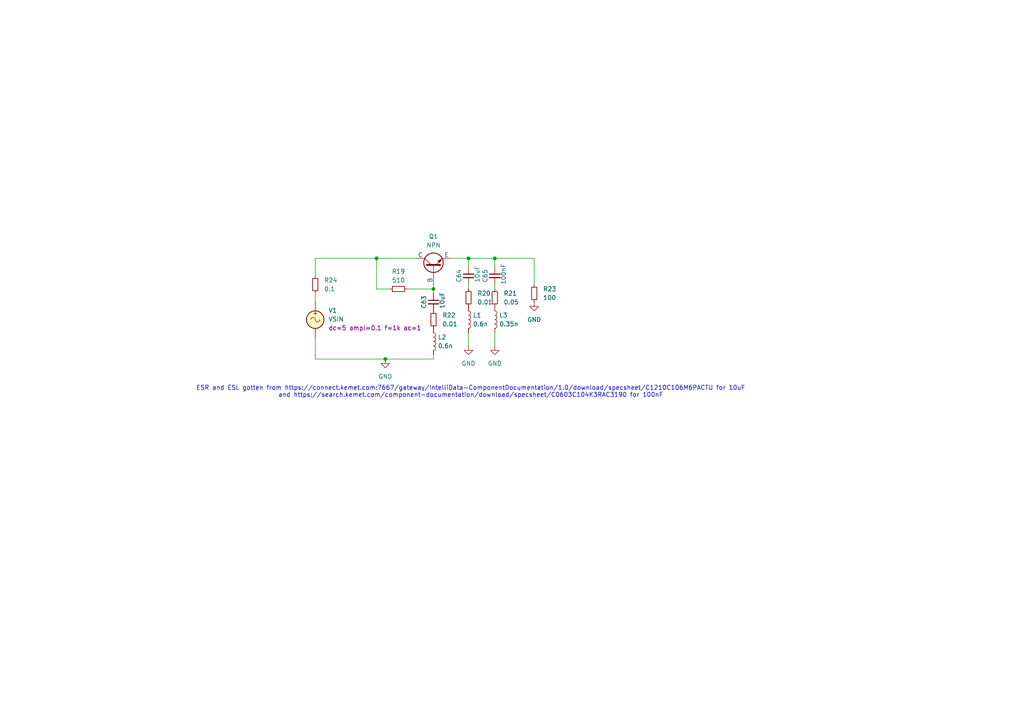
<source format=kicad_sch>
(kicad_sch (version 20250114) (generator "eeschema") (generator_version "9.0")
  (paper "A4")
  (lib_symbols
    (symbol "Device:C_Small" (pin_numbers (hide yes)) (pin_names (offset 0.254) (hide yes))
      (property "Reference" "C" (at 0.254 1.778 0))
      (property "Value" "C_Small" (at 0.254 -2.032 0))
      (symbol "C_Small_0_1"
        (polyline (pts (xy -1.524 0.508) (xy 1.524 0.508)) (stroke (width 0.3048)))
        (polyline (pts (xy -1.524 -0.508) (xy 1.524 -0.508)) (stroke (width 0.3302)))
      )
      (symbol "C_Small_1_1"
        (pin passive line (at 0 2.54 270) (length 2.032) (name "~") (number "1"))
        (pin passive line (at 0 -2.54 90) (length 2.032) (name "~") (number "2"))
      )
    )
    (symbol "Device:L" (pin_numbers (hide yes)) (pin_names (offset 1.016) (hide yes))
      (property "Reference" "L" (at -1.27 0 90))
      (property "Value" "L" (at 1.905 0 90))
      (symbol "L_0_1"
        (arc (start 0 2.54) (mid 0.6323 1.905) (end 0 1.27))
        (arc (start 0 1.27) (mid 0.6323 0.635) (end 0 0))
        (arc (start 0 0) (mid 0.6323 -0.635) (end 0 -1.27))
        (arc (start 0 -1.27) (mid 0.6323 -1.905) (end 0 -2.54))
      )
      (symbol "L_1_1"
        (pin passive line (at 0 3.81 270) (length 1.27) (name "1") (number "1"))
        (pin passive line (at 0 -3.81 90) (length 1.27) (name "2") (number "2"))
      )
    )
    (symbol "Device:R_Small" (pin_numbers (hide yes)) (pin_names (offset 0.254) (hide yes))
      (property "Reference" "R" (at 0.762 0.508 0))
      (property "Value" "R_Small" (at 0.762 -1.016 0))
      (symbol "R_Small_0_1"
        (rectangle (start -0.762 1.778) (end 0.762 -1.778) (stroke (width 0.2032)))
      )
      (symbol "R_Small_1_1"
        (pin passive line (at 0 2.54 270) (length 0.762) (name "~") (number "1"))
        (pin passive line (at 0 -2.54 90) (length 0.762) (name "~") (number "2"))
      )
    )
    (symbol "Simulation_SPICE:NPN" (pin_numbers (hide yes)) (pin_names (offset 0))
      (property "Reference" "Q" (at -2.54 7.62 0))
      (property "Value" "NPN" (at -2.54 5.08 0))
      (symbol "NPN_0_1"
        (polyline (pts (xy -2.54 0) (xy 0.635 0)) (stroke (width 0.1524)))
        (polyline (pts (xy 0.635 1.905) (xy 0.635 -1.905) (xy 0.635 -1.905)) (stroke (width 0.508)))
        (polyline (pts (xy 0.635 0.635) (xy 2.54 2.54)))
        (polyline (pts (xy 0.635 -0.635) (xy 2.54 -2.54) (xy 2.54 -2.54)))
        (circle (center 1.27 0) (radius 2.8194) (stroke (width 0.254)))
        (polyline (pts (xy 1.27 -1.778) (xy 1.778 -1.27) (xy 2.286 -2.286) (xy 1.27 -1.778) (xy 1.27 -1.778)) (fill (type outline)))
        (polyline (pts (xy 2.794 -1.27) (xy 2.794 -1.27)) (stroke (width 0.1524)))
        (polyline (pts (xy 2.794 -1.27) (xy 2.794 -1.27)) (stroke (width 0.1524)))
      )
      (symbol "NPN_1_1"
        (pin input line (at -5.08 0 0) (length 2.54) (name "B") (number "2"))
        (pin open_collector line (at 2.54 5.08 270) (length 2.54) (name "C") (number "1"))
        (pin open_emitter line (at 2.54 -5.08 90) (length 2.54) (name "E") (number "3"))
      )
    )
    (symbol "Simulation_SPICE:VSIN" (pin_numbers (hide yes)) (pin_names (offset 0.0254))
      (property "Reference" "V" (at 2.54 2.54 0))
      (property "Value" "VSIN" (at 2.54 0 0))
      (property "Sim.Params" "dc=0 ampl=1 f=1k ac=1" (at 2.54 -2.54 0))
      (symbol "VSIN_0_0"
        (arc (start -1.27 0) (mid -0.635 0.6323) (end 0 0))
        (arc (start 1.27 0) (mid 0.635 -0.6323) (end 0 0))
        (text "+" (at 0 1.905 0) (effects (font (size 1.27 1.27))))
      )
      (symbol "VSIN_0_1"
        (circle (center 0 0) (radius 2.54) (stroke (width 0.254)) (fill (type background)))
      )
      (symbol "VSIN_1_1"
        (pin passive line (at 0 5.08 270) (length 2.54) (name "~") (number "1"))
        (pin passive line (at 0 -5.08 90) (length 2.54) (name "~") (number "2"))
      )
    )
    (symbol "power:GND" (power) (pin_numbers (hide yes)) (pin_names (offset 0) (hide yes))
      (property "Value" "GND" (at 0 -3.81 0))
      (symbol "GND_0_1"
        (polyline (pts (xy 0 0) (xy 0 -1.27) (xy 1.27 -1.27) (xy 0 -2.54) (xy -1.27 -1.27) (xy 0 -1.27)))
      )
      (symbol "GND_1_1"
        (pin power_in line (at 0 0 270) (length 0) (name "~") (number "1"))
      )
    )
  )
  (text "ESR and ESL gotten from https://connect.kemet.com:7667/gateway/IntelliData-ComponentDocumentation/1.0/download/specsheet/C1210C106M6PACTU for 10uF\nand https://search.kemet.com/component-documentation/download/specsheet/C0603C104K3RAC3190 for 100nF" (at 136.525 113.665 0) (effects (font (size 1.27 1.27))))
  (junction (at 135.89 74.93))
  (junction (at 111.76 104.14))
  (junction (at 109.22 74.93))
  (junction (at 125.73 83.82))
  (junction (at 143.51 74.93))
  (wire (pts (xy 135.89 100.33) (xy 135.89 96.52)))
  (wire (pts (xy 91.44 97.79) (xy 91.44 104.14)))
  (wire (pts (xy 91.44 85.09) (xy 91.44 87.63)))
  (wire (pts (xy 91.44 74.93) (xy 109.22 74.93)))
  (wire (pts (xy 91.44 74.93) (xy 91.44 80.01)))
  (wire (pts (xy 109.22 74.93) (xy 109.22 83.82)))
  (wire (pts (xy 130.81 74.93) (xy 135.89 74.93)))
  (wire (pts (xy 143.51 74.93) (xy 154.94 74.93)))
  (wire (pts (xy 135.89 77.47) (xy 135.89 74.93)))
  (wire (pts (xy 143.51 96.52) (xy 143.51 100.33)))
  (wire (pts (xy 125.73 82.55) (xy 125.73 83.82)))
  (wire (pts (xy 125.73 104.14) (xy 125.73 102.87)))
  (wire (pts (xy 135.89 83.82) (xy 135.89 82.55)))
  (wire (pts (xy 125.73 83.82) (xy 125.73 85.09)))
  (wire (pts (xy 109.22 83.82) (xy 113.03 83.82)))
  (wire (pts (xy 111.76 104.14) (xy 125.73 104.14)))
  (wire (pts (xy 143.51 74.93) (xy 143.51 77.47)))
  (wire (pts (xy 109.22 74.93) (xy 120.65 74.93)))
  (wire (pts (xy 111.76 104.14) (xy 91.44 104.14)))
  (wire (pts (xy 135.89 74.93) (xy 143.51 74.93)))
  (wire (pts (xy 143.51 82.55) (xy 143.51 83.82)))
  (wire (pts (xy 154.94 74.93) (xy 154.94 82.55)))
  (wire (pts (xy 118.11 83.82) (xy 125.73 83.82)))
  (symbol (lib_id "Simulation_SPICE:VSIN") (at 91.44 92.71 0) (unit 1)
    (property "Reference" "V1" (at 95.25 90.0401 0) (effects (justify left)))
    (property "Value" "VSIN" (at 95.25 92.5801 0) (effects (justify left)))
    (property "Datasheet" "https://ngspice.sourceforge.io/docs/ngspice-html-manual/manual.xhtml#sec_Independent_Sources_for" (effects (hide yes)))
    (property "Description" "Voltage source, sinusoidal" (effects (hide yes)))
    (property "Sim.Pins" "1=+ 2=-" (effects (hide yes)))
    (property "Sim.Params" "dc=5 ampl=0.1 f=1k ac=1" (at 95.25 95.1201 0) (effects (justify left)))
    (property "Sim.Type" "SIN" (effects (hide yes)))
    (property "Sim.Device" "V" (effects (hide yes)))
  )
  (symbol (lib_id "Device:C_Small") (at 143.51 80.01 0) (unit 1)
    (property "Reference" "C65" (at 140.716 80.01 90))
    (property "Value" "100nF" (at 146.05 79.502 90))
    (property "Footprint" "Capacitor_SMD:C_0603_1608Metric" (effects (hide yes)))
    (property "Description" "Unpolarized capacitor, small symbol" (effects (hide yes)))
  )
  (symbol (lib_id "Device:R_Small") (at 125.73 92.71 180) (unit 1)
    (property "Reference" "R22" (at 128.27 91.4399 0) (effects (justify right)))
    (property "Value" "0.01" (at 128.27 93.9799 0) (effects (justify right)))
    (property "Footprint" "Resistor_SMD:R_0402_1005Metric" (effects (hide yes)))
    (property "Description" "Resistor, small symbol" (effects (hide yes)))
  )
  (symbol (lib_id "power:GND") (at 111.76 104.14 0) (unit 1)
    (property "Reference" "#PWR076" (effects (hide yes)))
    (property "Value" "GND" (at 111.76 109.22 0))
    (property "Description" "Power symbol creates a global label with name \"GND\" , ground" (effects (hide yes)))
  )
  (symbol (lib_id "Device:R_Small") (at 135.89 86.36 180) (unit 1)
    (property "Reference" "R20" (at 138.43 85.0899 0) (effects (justify right)))
    (property "Value" "0.01" (at 138.43 87.6299 0) (effects (justify right)))
    (property "Footprint" "Resistor_SMD:R_0402_1005Metric" (effects (hide yes)))
    (property "Description" "Resistor, small symbol" (effects (hide yes)))
  )
  (symbol (lib_id "power:GND") (at 135.89 100.33 0) (unit 1)
    (property "Reference" "#PWR074" (effects (hide yes)))
    (property "Value" "GND" (at 135.89 105.41 0))
    (property "Description" "Power symbol creates a global label with name \"GND\" , ground" (effects (hide yes)))
  )
  (symbol (lib_id "power:GND") (at 143.51 100.33 0) (unit 1)
    (property "Reference" "#PWR075" (effects (hide yes)))
    (property "Value" "GND" (at 143.51 105.41 0))
    (property "Description" "Power symbol creates a global label with name \"GND\" , ground" (effects (hide yes)))
  )
  (symbol (lib_id "Device:R_Small") (at 154.94 85.09 180) (unit 1)
    (property "Reference" "R23" (at 157.48 83.8199 0) (effects (justify right)))
    (property "Value" "100" (at 157.48 86.3599 0) (effects (justify right)))
    (property "Footprint" "Resistor_SMD:R_0402_1005Metric" (effects (hide yes)))
    (property "Description" "Resistor, small symbol" (effects (hide yes)))
  )
  (symbol (lib_id "Device:C_Small") (at 135.89 80.01 0) (unit 1)
    (property "Reference" "C64" (at 133.096 80.01 90))
    (property "Value" "10uF" (at 138.43 79.502 90))
    (property "Footprint" "Capacitor_SMD:C_0603_1608Metric" (effects (hide yes)))
    (property "Description" "Unpolarized capacitor, small symbol" (effects (hide yes)))
  )
  (symbol (lib_id "Device:L") (at 135.89 92.71 0) (unit 1)
    (property "Reference" "L1" (at 137.16 91.4399 0) (effects (justify left)))
    (property "Value" "0.6n" (at 137.16 93.9799 0) (effects (justify left)))
    (property "Description" "Inductor" (effects (hide yes)))
  )
  (symbol (lib_id "Device:R_Small") (at 143.51 86.36 180) (unit 1)
    (property "Reference" "R21" (at 146.05 85.0899 0) (effects (justify right)))
    (property "Value" "0.05" (at 146.05 87.6299 0) (effects (justify right)))
    (property "Footprint" "Resistor_SMD:R_0402_1005Metric" (effects (hide yes)))
    (property "Description" "Resistor, small symbol" (effects (hide yes)))
  )
  (symbol (lib_id "Device:R_Small") (at 91.44 82.55 180) (unit 1)
    (property "Reference" "R24" (at 93.98 81.2799 0) (effects (justify right)))
    (property "Value" "0.1" (at 93.98 83.8199 0) (effects (justify right)))
    (property "Footprint" "Resistor_SMD:R_0402_1005Metric" (effects (hide yes)))
    (property "Description" "Resistor, small symbol" (effects (hide yes)))
  )
  (symbol (lib_id "Device:L") (at 143.51 92.71 0) (unit 1)
    (property "Reference" "L3" (at 144.78 91.4399 0) (effects (justify left)))
    (property "Value" "0.35n" (at 144.78 93.9799 0) (effects (justify left)))
    (property "Description" "Inductor" (effects (hide yes)))
  )
  (symbol (lib_id "Simulation_SPICE:NPN") (at 125.73 77.47 90) (unit 1)
    (property "Reference" "Q1" (at 125.73 68.58 90))
    (property "Value" "NPN" (at 125.73 71.12 90))
    (property "Datasheet" "https://ngspice.sourceforge.io/docs/ngspice-html-manual/manual.xhtml#cha_BJTs" (effects (hide yes)))
    (property "Description" "Bipolar transistor symbol for simulation only, substrate tied to the emitter" (effects (hide yes)))
    (property "Sim.Device" "NPN" (effects (hide yes)))
    (property "Sim.Type" "GUMMELPOON" (effects (hide yes)))
    (property "Sim.Pins" "1=C 2=B 3=E" (effects (hide yes)))
    (property "Sim.Params" "bf=250 cjc=12p" (effects (hide yes)))
  )
  (symbol (lib_id "Device:C_Small") (at 125.73 87.63 0) (unit 1)
    (property "Reference" "C63" (at 122.936 87.63 90))
    (property "Value" "10uF" (at 128.27 87.122 90))
    (property "Footprint" "Capacitor_SMD:C_0603_1608Metric" (effects (hide yes)))
    (property "Description" "Unpolarized capacitor, small symbol" (effects (hide yes)))
  )
  (symbol (lib_id "Device:L") (at 125.73 99.06 0) (unit 1)
    (property "Reference" "L2" (at 127 97.7899 0) (effects (justify left)))
    (property "Value" "0.6n" (at 127 100.3299 0) (effects (justify left)))
    (property "Description" "Inductor" (effects (hide yes)))
  )
  (symbol (lib_id "power:GND") (at 154.94 87.63 0) (unit 1)
    (property "Reference" "#PWR077" (effects (hide yes)))
    (property "Value" "GND" (at 154.94 92.71 0))
    (property "Description" "Power symbol creates a global label with name \"GND\" , ground" (effects (hide yes)))
  )
  (symbol (lib_id "Device:R_Small") (at 115.57 83.82 90) (unit 1)
    (property "Reference" "R19" (at 115.57 78.74 90))
    (property "Value" "510" (at 115.57 81.28 90))
    (property "Footprint" "Resistor_SMD:R_0402_1005Metric" (effects (hide yes)))
    (property "Description" "Resistor, small symbol" (effects (hide yes)))
  )
)
</source>
